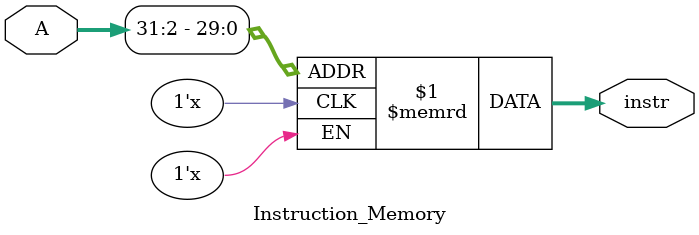
<source format=v>
module Instruction_Memory (
    input      [31:0] A,
    output     [31:0] instr
);
    reg [31:0] instructions_Value [255:0];  //maximum 256 instruction 

    assign instr = instructions_Value[A[31:2]];

    
endmodule
</source>
